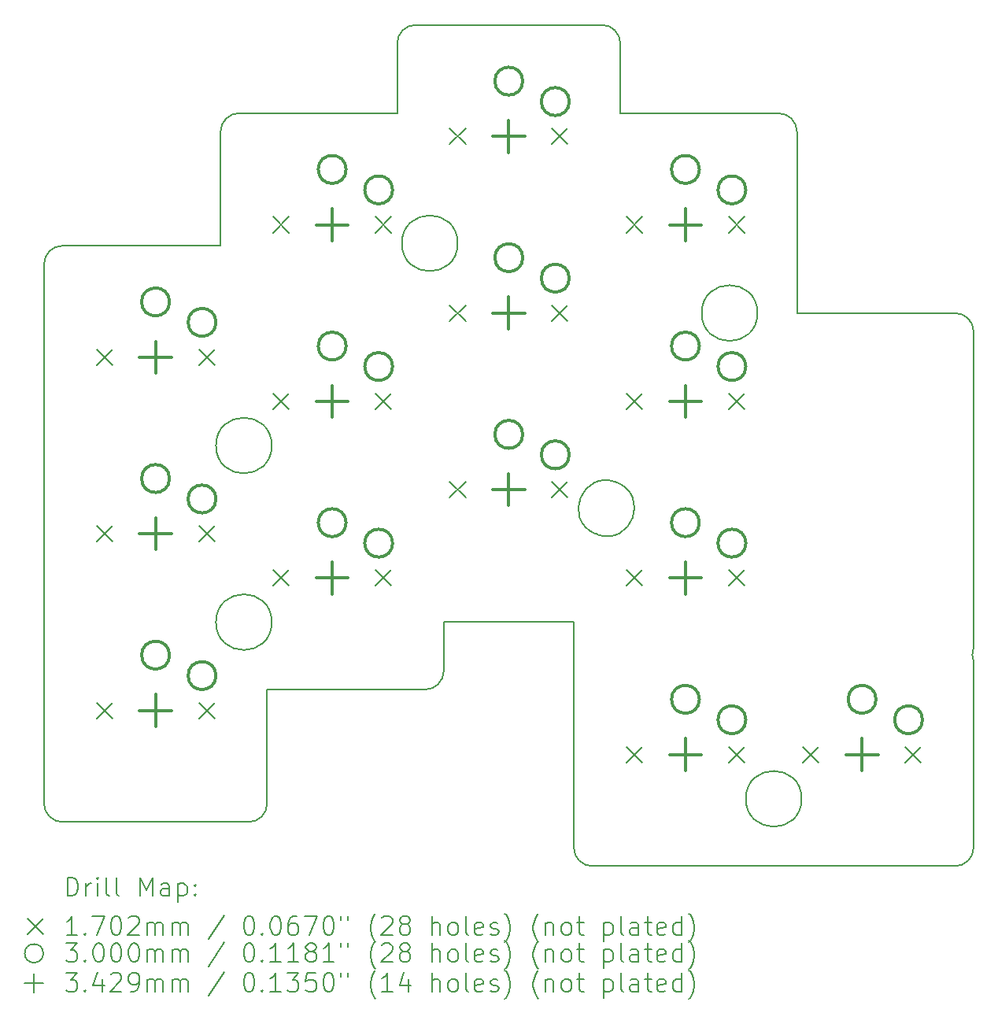
<source format=gbr>
%TF.GenerationSoftware,KiCad,Pcbnew,8.0.1*%
%TF.CreationDate,2024-11-14T23:23:29-08:00*%
%TF.ProjectId,roo_left_auto_routed,726f6f5f-6c65-4667-945f-6175746f5f72,0.1.0*%
%TF.SameCoordinates,Original*%
%TF.FileFunction,Drillmap*%
%TF.FilePolarity,Positive*%
%FSLAX45Y45*%
G04 Gerber Fmt 4.5, Leading zero omitted, Abs format (unit mm)*
G04 Created by KiCad (PCBNEW 8.0.1) date 2024-11-14 23:23:29*
%MOMM*%
%LPD*%
G01*
G04 APERTURE LIST*
%ADD10C,0.150000*%
%ADD11C,0.200000*%
%ADD12C,0.170180*%
%ADD13C,0.300000*%
%ADD14C,0.342900*%
G04 APERTURE END LIST*
D10*
X20808579Y-14983579D02*
X20788683Y-14983579D01*
X19308579Y-11858579D02*
G75*
G02*
X18708579Y-11858579I-300000J0D01*
G01*
X18708579Y-11858579D02*
G75*
G02*
X19308579Y-11858579I300000J0D01*
G01*
X24858579Y-18358579D02*
G75*
G02*
X24658579Y-18558579I-199999J-1D01*
G01*
X21058579Y-10458579D02*
X21058579Y-9708579D01*
X20788683Y-14983578D02*
G75*
G02*
X20808579Y-14991421I119897J274999D01*
G01*
X17308579Y-14033579D02*
G75*
G02*
X16708579Y-14033579I-300000J0D01*
G01*
X16708579Y-14033579D02*
G75*
G02*
X17308579Y-14033579I300000J0D01*
G01*
X23008579Y-17833579D02*
G75*
G02*
X22408579Y-17833579I-300000J0D01*
G01*
X22408579Y-17833579D02*
G75*
G02*
X23008579Y-17833579I300000J0D01*
G01*
X17258579Y-17883579D02*
G75*
G02*
X17058579Y-18083579I-199999J-1D01*
G01*
X15058579Y-18083579D02*
X17058579Y-18083579D01*
X17258579Y-16658579D02*
X18958579Y-16658579D01*
X19158579Y-16458579D02*
X19158579Y-15933579D01*
X18658579Y-10458579D02*
X16958579Y-10458579D01*
X24858579Y-16208579D02*
X24858579Y-12808579D01*
X22758579Y-10458579D02*
G75*
G02*
X22958581Y-10658579I1J-200001D01*
G01*
X16758579Y-10658579D02*
G75*
G02*
X16958579Y-10458579I200001J-1D01*
G01*
X15058579Y-18083579D02*
G75*
G02*
X14858581Y-17883579I1J199999D01*
G01*
X22533579Y-12608579D02*
G75*
G02*
X21933579Y-12608579I-300000J0D01*
G01*
X21933579Y-12608579D02*
G75*
G02*
X22533579Y-12608579I300000J0D01*
G01*
X20558579Y-18358579D02*
X20558579Y-15933579D01*
X17308579Y-15933579D02*
G75*
G02*
X16708579Y-15933579I-300000J0D01*
G01*
X16708579Y-15933579D02*
G75*
G02*
X17308579Y-15933579I300000J0D01*
G01*
X24858579Y-18358579D02*
X24858579Y-16358579D01*
X22958579Y-12608579D02*
X22958579Y-10658579D01*
X24658579Y-12608579D02*
X22958579Y-12608579D01*
X18658579Y-9708579D02*
X18658579Y-10458579D01*
X20758579Y-18558579D02*
G75*
G02*
X20558581Y-18358579I1J199999D01*
G01*
X18658579Y-9708579D02*
G75*
G02*
X18858579Y-9508579I200001J-1D01*
G01*
X19158579Y-16458579D02*
G75*
G02*
X18958579Y-16658579I-199999J-1D01*
G01*
X20858579Y-9508579D02*
G75*
G02*
X21058581Y-9708579I1J-200001D01*
G01*
X16758579Y-10658579D02*
X16758579Y-11883579D01*
X20858579Y-9508579D02*
X18858579Y-9508579D01*
X24658579Y-12608579D02*
G75*
G02*
X24858581Y-12808579I1J-200001D01*
G01*
X19158579Y-15933579D02*
X20558579Y-15933579D01*
X24843983Y-16283579D02*
G75*
G02*
X24858579Y-16358579I-185404J-75001D01*
G01*
X20758579Y-18558579D02*
X24658579Y-18558579D01*
X14858579Y-17883579D02*
X14858579Y-12083579D01*
X24858579Y-16208579D02*
G75*
G02*
X24843984Y-16283579I-199999J-1D01*
G01*
X17258579Y-17883579D02*
X17258579Y-16658579D01*
X14858579Y-12083579D02*
G75*
G02*
X15058579Y-11883579I200001J-1D01*
G01*
X22758579Y-10458579D02*
X21058579Y-10458579D01*
X20808579Y-14991421D02*
X20808579Y-14983579D01*
X16758579Y-11883579D02*
X15058579Y-11883579D01*
D11*
D12*
X15423490Y-12998490D02*
X15593670Y-13168670D01*
X15593670Y-12998490D02*
X15423490Y-13168670D01*
X15423490Y-14898490D02*
X15593670Y-15068670D01*
X15593670Y-14898490D02*
X15423490Y-15068670D01*
X15423490Y-16798490D02*
X15593670Y-16968670D01*
X15593670Y-16798490D02*
X15423490Y-16968670D01*
X16523490Y-12998490D02*
X16693670Y-13168670D01*
X16693670Y-12998490D02*
X16523490Y-13168670D01*
X16523490Y-14898490D02*
X16693670Y-15068670D01*
X16693670Y-14898490D02*
X16523490Y-15068670D01*
X16523490Y-16798490D02*
X16693670Y-16968670D01*
X16693670Y-16798490D02*
X16523490Y-16968670D01*
X17323490Y-11573490D02*
X17493670Y-11743670D01*
X17493670Y-11573490D02*
X17323490Y-11743670D01*
X17323490Y-13473490D02*
X17493670Y-13643670D01*
X17493670Y-13473490D02*
X17323490Y-13643670D01*
X17323490Y-15373490D02*
X17493670Y-15543670D01*
X17493670Y-15373490D02*
X17323490Y-15543670D01*
X18423490Y-11573490D02*
X18593670Y-11743670D01*
X18593670Y-11573490D02*
X18423490Y-11743670D01*
X18423490Y-13473490D02*
X18593670Y-13643670D01*
X18593670Y-13473490D02*
X18423490Y-13643670D01*
X18423490Y-15373490D02*
X18593670Y-15543670D01*
X18593670Y-15373490D02*
X18423490Y-15543670D01*
X19223490Y-10623490D02*
X19393670Y-10793670D01*
X19393670Y-10623490D02*
X19223490Y-10793670D01*
X19223490Y-12523490D02*
X19393670Y-12693670D01*
X19393670Y-12523490D02*
X19223490Y-12693670D01*
X19223490Y-14423490D02*
X19393670Y-14593670D01*
X19393670Y-14423490D02*
X19223490Y-14593670D01*
X20323490Y-10623490D02*
X20493670Y-10793670D01*
X20493670Y-10623490D02*
X20323490Y-10793670D01*
X20323490Y-12523490D02*
X20493670Y-12693670D01*
X20493670Y-12523490D02*
X20323490Y-12693670D01*
X20323490Y-14423490D02*
X20493670Y-14593670D01*
X20493670Y-14423490D02*
X20323490Y-14593670D01*
X21123490Y-11573490D02*
X21293670Y-11743670D01*
X21293670Y-11573490D02*
X21123490Y-11743670D01*
X21123490Y-13473490D02*
X21293670Y-13643670D01*
X21293670Y-13473490D02*
X21123490Y-13643670D01*
X21123490Y-15373490D02*
X21293670Y-15543670D01*
X21293670Y-15373490D02*
X21123490Y-15543670D01*
X21123490Y-17273490D02*
X21293670Y-17443670D01*
X21293670Y-17273490D02*
X21123490Y-17443670D01*
X22223490Y-11573490D02*
X22393670Y-11743670D01*
X22393670Y-11573490D02*
X22223490Y-11743670D01*
X22223490Y-13473490D02*
X22393670Y-13643670D01*
X22393670Y-13473490D02*
X22223490Y-13643670D01*
X22223490Y-15373490D02*
X22393670Y-15543670D01*
X22393670Y-15373490D02*
X22223490Y-15543670D01*
X22223490Y-17273490D02*
X22393670Y-17443670D01*
X22393670Y-17273490D02*
X22223490Y-17443670D01*
X23023490Y-17273490D02*
X23193670Y-17443670D01*
X23193670Y-17273490D02*
X23023490Y-17443670D01*
X24123490Y-17273490D02*
X24293670Y-17443670D01*
X24293670Y-17273490D02*
X24123490Y-17443670D01*
D13*
X16208580Y-12488580D02*
G75*
G02*
X15908580Y-12488580I-150000J0D01*
G01*
X15908580Y-12488580D02*
G75*
G02*
X16208580Y-12488580I150000J0D01*
G01*
X16208580Y-14388580D02*
G75*
G02*
X15908580Y-14388580I-150000J0D01*
G01*
X15908580Y-14388580D02*
G75*
G02*
X16208580Y-14388580I150000J0D01*
G01*
X16208580Y-16288580D02*
G75*
G02*
X15908580Y-16288580I-150000J0D01*
G01*
X15908580Y-16288580D02*
G75*
G02*
X16208580Y-16288580I150000J0D01*
G01*
X16708580Y-12708580D02*
G75*
G02*
X16408580Y-12708580I-150000J0D01*
G01*
X16408580Y-12708580D02*
G75*
G02*
X16708580Y-12708580I150000J0D01*
G01*
X16708580Y-14608580D02*
G75*
G02*
X16408580Y-14608580I-150000J0D01*
G01*
X16408580Y-14608580D02*
G75*
G02*
X16708580Y-14608580I150000J0D01*
G01*
X16708580Y-16508580D02*
G75*
G02*
X16408580Y-16508580I-150000J0D01*
G01*
X16408580Y-16508580D02*
G75*
G02*
X16708580Y-16508580I150000J0D01*
G01*
X18108580Y-11063580D02*
G75*
G02*
X17808580Y-11063580I-150000J0D01*
G01*
X17808580Y-11063580D02*
G75*
G02*
X18108580Y-11063580I150000J0D01*
G01*
X18108580Y-12963580D02*
G75*
G02*
X17808580Y-12963580I-150000J0D01*
G01*
X17808580Y-12963580D02*
G75*
G02*
X18108580Y-12963580I150000J0D01*
G01*
X18108580Y-14863580D02*
G75*
G02*
X17808580Y-14863580I-150000J0D01*
G01*
X17808580Y-14863580D02*
G75*
G02*
X18108580Y-14863580I150000J0D01*
G01*
X18608580Y-11283580D02*
G75*
G02*
X18308580Y-11283580I-150000J0D01*
G01*
X18308580Y-11283580D02*
G75*
G02*
X18608580Y-11283580I150000J0D01*
G01*
X18608580Y-13183580D02*
G75*
G02*
X18308580Y-13183580I-150000J0D01*
G01*
X18308580Y-13183580D02*
G75*
G02*
X18608580Y-13183580I150000J0D01*
G01*
X18608580Y-15083580D02*
G75*
G02*
X18308580Y-15083580I-150000J0D01*
G01*
X18308580Y-15083580D02*
G75*
G02*
X18608580Y-15083580I150000J0D01*
G01*
X20008580Y-10113580D02*
G75*
G02*
X19708580Y-10113580I-150000J0D01*
G01*
X19708580Y-10113580D02*
G75*
G02*
X20008580Y-10113580I150000J0D01*
G01*
X20008580Y-12013580D02*
G75*
G02*
X19708580Y-12013580I-150000J0D01*
G01*
X19708580Y-12013580D02*
G75*
G02*
X20008580Y-12013580I150000J0D01*
G01*
X20008580Y-13913580D02*
G75*
G02*
X19708580Y-13913580I-150000J0D01*
G01*
X19708580Y-13913580D02*
G75*
G02*
X20008580Y-13913580I150000J0D01*
G01*
X20508580Y-10333580D02*
G75*
G02*
X20208580Y-10333580I-150000J0D01*
G01*
X20208580Y-10333580D02*
G75*
G02*
X20508580Y-10333580I150000J0D01*
G01*
X20508580Y-12233580D02*
G75*
G02*
X20208580Y-12233580I-150000J0D01*
G01*
X20208580Y-12233580D02*
G75*
G02*
X20508580Y-12233580I150000J0D01*
G01*
X20508580Y-14133580D02*
G75*
G02*
X20208580Y-14133580I-150000J0D01*
G01*
X20208580Y-14133580D02*
G75*
G02*
X20508580Y-14133580I150000J0D01*
G01*
X21908580Y-11063580D02*
G75*
G02*
X21608580Y-11063580I-150000J0D01*
G01*
X21608580Y-11063580D02*
G75*
G02*
X21908580Y-11063580I150000J0D01*
G01*
X21908580Y-12963580D02*
G75*
G02*
X21608580Y-12963580I-150000J0D01*
G01*
X21608580Y-12963580D02*
G75*
G02*
X21908580Y-12963580I150000J0D01*
G01*
X21908580Y-14863580D02*
G75*
G02*
X21608580Y-14863580I-150000J0D01*
G01*
X21608580Y-14863580D02*
G75*
G02*
X21908580Y-14863580I150000J0D01*
G01*
X21908580Y-16763580D02*
G75*
G02*
X21608580Y-16763580I-150000J0D01*
G01*
X21608580Y-16763580D02*
G75*
G02*
X21908580Y-16763580I150000J0D01*
G01*
X22408580Y-11283580D02*
G75*
G02*
X22108580Y-11283580I-150000J0D01*
G01*
X22108580Y-11283580D02*
G75*
G02*
X22408580Y-11283580I150000J0D01*
G01*
X22408580Y-13183580D02*
G75*
G02*
X22108580Y-13183580I-150000J0D01*
G01*
X22108580Y-13183580D02*
G75*
G02*
X22408580Y-13183580I150000J0D01*
G01*
X22408580Y-15083580D02*
G75*
G02*
X22108580Y-15083580I-150000J0D01*
G01*
X22108580Y-15083580D02*
G75*
G02*
X22408580Y-15083580I150000J0D01*
G01*
X22408580Y-16983580D02*
G75*
G02*
X22108580Y-16983580I-150000J0D01*
G01*
X22108580Y-16983580D02*
G75*
G02*
X22408580Y-16983580I150000J0D01*
G01*
X23808580Y-16763580D02*
G75*
G02*
X23508580Y-16763580I-150000J0D01*
G01*
X23508580Y-16763580D02*
G75*
G02*
X23808580Y-16763580I150000J0D01*
G01*
X24308580Y-16983580D02*
G75*
G02*
X24008580Y-16983580I-150000J0D01*
G01*
X24008580Y-16983580D02*
G75*
G02*
X24308580Y-16983580I150000J0D01*
G01*
D14*
X16058580Y-12912130D02*
X16058580Y-13255030D01*
X15887130Y-13083580D02*
X16230030Y-13083580D01*
X16058580Y-14812130D02*
X16058580Y-15155030D01*
X15887130Y-14983580D02*
X16230030Y-14983580D01*
X16058580Y-16712130D02*
X16058580Y-17055030D01*
X15887130Y-16883580D02*
X16230030Y-16883580D01*
X17958580Y-11487130D02*
X17958580Y-11830030D01*
X17787130Y-11658580D02*
X18130030Y-11658580D01*
X17958580Y-13387130D02*
X17958580Y-13730030D01*
X17787130Y-13558580D02*
X18130030Y-13558580D01*
X17958580Y-15287130D02*
X17958580Y-15630030D01*
X17787130Y-15458580D02*
X18130030Y-15458580D01*
X19858580Y-10537130D02*
X19858580Y-10880030D01*
X19687130Y-10708580D02*
X20030030Y-10708580D01*
X19858580Y-12437130D02*
X19858580Y-12780030D01*
X19687130Y-12608580D02*
X20030030Y-12608580D01*
X19858580Y-14337130D02*
X19858580Y-14680030D01*
X19687130Y-14508580D02*
X20030030Y-14508580D01*
X21758580Y-11487130D02*
X21758580Y-11830030D01*
X21587130Y-11658580D02*
X21930030Y-11658580D01*
X21758580Y-13387130D02*
X21758580Y-13730030D01*
X21587130Y-13558580D02*
X21930030Y-13558580D01*
X21758580Y-15287130D02*
X21758580Y-15630030D01*
X21587130Y-15458580D02*
X21930030Y-15458580D01*
X21758580Y-17187130D02*
X21758580Y-17530030D01*
X21587130Y-17358580D02*
X21930030Y-17358580D01*
X23658580Y-17187130D02*
X23658580Y-17530030D01*
X23487130Y-17358580D02*
X23830030Y-17358580D01*
D11*
X15111855Y-18877562D02*
X15111855Y-18677562D01*
X15111855Y-18677562D02*
X15159474Y-18677562D01*
X15159474Y-18677562D02*
X15188046Y-18687086D01*
X15188046Y-18687086D02*
X15207093Y-18706134D01*
X15207093Y-18706134D02*
X15216617Y-18725181D01*
X15216617Y-18725181D02*
X15226141Y-18763277D01*
X15226141Y-18763277D02*
X15226141Y-18791848D01*
X15226141Y-18791848D02*
X15216617Y-18829943D01*
X15216617Y-18829943D02*
X15207093Y-18848991D01*
X15207093Y-18848991D02*
X15188046Y-18868039D01*
X15188046Y-18868039D02*
X15159474Y-18877562D01*
X15159474Y-18877562D02*
X15111855Y-18877562D01*
X15311855Y-18877562D02*
X15311855Y-18744229D01*
X15311855Y-18782324D02*
X15321379Y-18763277D01*
X15321379Y-18763277D02*
X15330903Y-18753753D01*
X15330903Y-18753753D02*
X15349951Y-18744229D01*
X15349951Y-18744229D02*
X15368998Y-18744229D01*
X15435665Y-18877562D02*
X15435665Y-18744229D01*
X15435665Y-18677562D02*
X15426141Y-18687086D01*
X15426141Y-18687086D02*
X15435665Y-18696610D01*
X15435665Y-18696610D02*
X15445189Y-18687086D01*
X15445189Y-18687086D02*
X15435665Y-18677562D01*
X15435665Y-18677562D02*
X15435665Y-18696610D01*
X15559474Y-18877562D02*
X15540427Y-18868039D01*
X15540427Y-18868039D02*
X15530903Y-18848991D01*
X15530903Y-18848991D02*
X15530903Y-18677562D01*
X15664236Y-18877562D02*
X15645189Y-18868039D01*
X15645189Y-18868039D02*
X15635665Y-18848991D01*
X15635665Y-18848991D02*
X15635665Y-18677562D01*
X15892808Y-18877562D02*
X15892808Y-18677562D01*
X15892808Y-18677562D02*
X15959474Y-18820420D01*
X15959474Y-18820420D02*
X16026141Y-18677562D01*
X16026141Y-18677562D02*
X16026141Y-18877562D01*
X16207093Y-18877562D02*
X16207093Y-18772801D01*
X16207093Y-18772801D02*
X16197570Y-18753753D01*
X16197570Y-18753753D02*
X16178522Y-18744229D01*
X16178522Y-18744229D02*
X16140427Y-18744229D01*
X16140427Y-18744229D02*
X16121379Y-18753753D01*
X16207093Y-18868039D02*
X16188046Y-18877562D01*
X16188046Y-18877562D02*
X16140427Y-18877562D01*
X16140427Y-18877562D02*
X16121379Y-18868039D01*
X16121379Y-18868039D02*
X16111855Y-18848991D01*
X16111855Y-18848991D02*
X16111855Y-18829943D01*
X16111855Y-18829943D02*
X16121379Y-18810896D01*
X16121379Y-18810896D02*
X16140427Y-18801372D01*
X16140427Y-18801372D02*
X16188046Y-18801372D01*
X16188046Y-18801372D02*
X16207093Y-18791848D01*
X16302332Y-18744229D02*
X16302332Y-18944229D01*
X16302332Y-18753753D02*
X16321379Y-18744229D01*
X16321379Y-18744229D02*
X16359474Y-18744229D01*
X16359474Y-18744229D02*
X16378522Y-18753753D01*
X16378522Y-18753753D02*
X16388046Y-18763277D01*
X16388046Y-18763277D02*
X16397570Y-18782324D01*
X16397570Y-18782324D02*
X16397570Y-18839467D01*
X16397570Y-18839467D02*
X16388046Y-18858515D01*
X16388046Y-18858515D02*
X16378522Y-18868039D01*
X16378522Y-18868039D02*
X16359474Y-18877562D01*
X16359474Y-18877562D02*
X16321379Y-18877562D01*
X16321379Y-18877562D02*
X16302332Y-18868039D01*
X16483284Y-18858515D02*
X16492808Y-18868039D01*
X16492808Y-18868039D02*
X16483284Y-18877562D01*
X16483284Y-18877562D02*
X16473760Y-18868039D01*
X16473760Y-18868039D02*
X16483284Y-18858515D01*
X16483284Y-18858515D02*
X16483284Y-18877562D01*
X16483284Y-18753753D02*
X16492808Y-18763277D01*
X16492808Y-18763277D02*
X16483284Y-18772801D01*
X16483284Y-18772801D02*
X16473760Y-18763277D01*
X16473760Y-18763277D02*
X16483284Y-18753753D01*
X16483284Y-18753753D02*
X16483284Y-18772801D01*
D12*
X14680899Y-19120989D02*
X14851079Y-19291169D01*
X14851079Y-19120989D02*
X14680899Y-19291169D01*
D11*
X15216617Y-19297562D02*
X15102332Y-19297562D01*
X15159474Y-19297562D02*
X15159474Y-19097562D01*
X15159474Y-19097562D02*
X15140427Y-19126134D01*
X15140427Y-19126134D02*
X15121379Y-19145181D01*
X15121379Y-19145181D02*
X15102332Y-19154705D01*
X15302332Y-19278515D02*
X15311855Y-19288039D01*
X15311855Y-19288039D02*
X15302332Y-19297562D01*
X15302332Y-19297562D02*
X15292808Y-19288039D01*
X15292808Y-19288039D02*
X15302332Y-19278515D01*
X15302332Y-19278515D02*
X15302332Y-19297562D01*
X15378522Y-19097562D02*
X15511855Y-19097562D01*
X15511855Y-19097562D02*
X15426141Y-19297562D01*
X15626141Y-19097562D02*
X15645189Y-19097562D01*
X15645189Y-19097562D02*
X15664236Y-19107086D01*
X15664236Y-19107086D02*
X15673760Y-19116610D01*
X15673760Y-19116610D02*
X15683284Y-19135658D01*
X15683284Y-19135658D02*
X15692808Y-19173753D01*
X15692808Y-19173753D02*
X15692808Y-19221372D01*
X15692808Y-19221372D02*
X15683284Y-19259467D01*
X15683284Y-19259467D02*
X15673760Y-19278515D01*
X15673760Y-19278515D02*
X15664236Y-19288039D01*
X15664236Y-19288039D02*
X15645189Y-19297562D01*
X15645189Y-19297562D02*
X15626141Y-19297562D01*
X15626141Y-19297562D02*
X15607093Y-19288039D01*
X15607093Y-19288039D02*
X15597570Y-19278515D01*
X15597570Y-19278515D02*
X15588046Y-19259467D01*
X15588046Y-19259467D02*
X15578522Y-19221372D01*
X15578522Y-19221372D02*
X15578522Y-19173753D01*
X15578522Y-19173753D02*
X15588046Y-19135658D01*
X15588046Y-19135658D02*
X15597570Y-19116610D01*
X15597570Y-19116610D02*
X15607093Y-19107086D01*
X15607093Y-19107086D02*
X15626141Y-19097562D01*
X15768998Y-19116610D02*
X15778522Y-19107086D01*
X15778522Y-19107086D02*
X15797570Y-19097562D01*
X15797570Y-19097562D02*
X15845189Y-19097562D01*
X15845189Y-19097562D02*
X15864236Y-19107086D01*
X15864236Y-19107086D02*
X15873760Y-19116610D01*
X15873760Y-19116610D02*
X15883284Y-19135658D01*
X15883284Y-19135658D02*
X15883284Y-19154705D01*
X15883284Y-19154705D02*
X15873760Y-19183277D01*
X15873760Y-19183277D02*
X15759474Y-19297562D01*
X15759474Y-19297562D02*
X15883284Y-19297562D01*
X15968998Y-19297562D02*
X15968998Y-19164229D01*
X15968998Y-19183277D02*
X15978522Y-19173753D01*
X15978522Y-19173753D02*
X15997570Y-19164229D01*
X15997570Y-19164229D02*
X16026141Y-19164229D01*
X16026141Y-19164229D02*
X16045189Y-19173753D01*
X16045189Y-19173753D02*
X16054713Y-19192801D01*
X16054713Y-19192801D02*
X16054713Y-19297562D01*
X16054713Y-19192801D02*
X16064236Y-19173753D01*
X16064236Y-19173753D02*
X16083284Y-19164229D01*
X16083284Y-19164229D02*
X16111855Y-19164229D01*
X16111855Y-19164229D02*
X16130903Y-19173753D01*
X16130903Y-19173753D02*
X16140427Y-19192801D01*
X16140427Y-19192801D02*
X16140427Y-19297562D01*
X16235665Y-19297562D02*
X16235665Y-19164229D01*
X16235665Y-19183277D02*
X16245189Y-19173753D01*
X16245189Y-19173753D02*
X16264236Y-19164229D01*
X16264236Y-19164229D02*
X16292808Y-19164229D01*
X16292808Y-19164229D02*
X16311855Y-19173753D01*
X16311855Y-19173753D02*
X16321379Y-19192801D01*
X16321379Y-19192801D02*
X16321379Y-19297562D01*
X16321379Y-19192801D02*
X16330903Y-19173753D01*
X16330903Y-19173753D02*
X16349951Y-19164229D01*
X16349951Y-19164229D02*
X16378522Y-19164229D01*
X16378522Y-19164229D02*
X16397570Y-19173753D01*
X16397570Y-19173753D02*
X16407094Y-19192801D01*
X16407094Y-19192801D02*
X16407094Y-19297562D01*
X16797570Y-19088039D02*
X16626141Y-19345181D01*
X17054713Y-19097562D02*
X17073760Y-19097562D01*
X17073760Y-19097562D02*
X17092808Y-19107086D01*
X17092808Y-19107086D02*
X17102332Y-19116610D01*
X17102332Y-19116610D02*
X17111856Y-19135658D01*
X17111856Y-19135658D02*
X17121379Y-19173753D01*
X17121379Y-19173753D02*
X17121379Y-19221372D01*
X17121379Y-19221372D02*
X17111856Y-19259467D01*
X17111856Y-19259467D02*
X17102332Y-19278515D01*
X17102332Y-19278515D02*
X17092808Y-19288039D01*
X17092808Y-19288039D02*
X17073760Y-19297562D01*
X17073760Y-19297562D02*
X17054713Y-19297562D01*
X17054713Y-19297562D02*
X17035665Y-19288039D01*
X17035665Y-19288039D02*
X17026141Y-19278515D01*
X17026141Y-19278515D02*
X17016618Y-19259467D01*
X17016618Y-19259467D02*
X17007094Y-19221372D01*
X17007094Y-19221372D02*
X17007094Y-19173753D01*
X17007094Y-19173753D02*
X17016618Y-19135658D01*
X17016618Y-19135658D02*
X17026141Y-19116610D01*
X17026141Y-19116610D02*
X17035665Y-19107086D01*
X17035665Y-19107086D02*
X17054713Y-19097562D01*
X17207094Y-19278515D02*
X17216618Y-19288039D01*
X17216618Y-19288039D02*
X17207094Y-19297562D01*
X17207094Y-19297562D02*
X17197570Y-19288039D01*
X17197570Y-19288039D02*
X17207094Y-19278515D01*
X17207094Y-19278515D02*
X17207094Y-19297562D01*
X17340427Y-19097562D02*
X17359475Y-19097562D01*
X17359475Y-19097562D02*
X17378522Y-19107086D01*
X17378522Y-19107086D02*
X17388046Y-19116610D01*
X17388046Y-19116610D02*
X17397570Y-19135658D01*
X17397570Y-19135658D02*
X17407094Y-19173753D01*
X17407094Y-19173753D02*
X17407094Y-19221372D01*
X17407094Y-19221372D02*
X17397570Y-19259467D01*
X17397570Y-19259467D02*
X17388046Y-19278515D01*
X17388046Y-19278515D02*
X17378522Y-19288039D01*
X17378522Y-19288039D02*
X17359475Y-19297562D01*
X17359475Y-19297562D02*
X17340427Y-19297562D01*
X17340427Y-19297562D02*
X17321379Y-19288039D01*
X17321379Y-19288039D02*
X17311856Y-19278515D01*
X17311856Y-19278515D02*
X17302332Y-19259467D01*
X17302332Y-19259467D02*
X17292808Y-19221372D01*
X17292808Y-19221372D02*
X17292808Y-19173753D01*
X17292808Y-19173753D02*
X17302332Y-19135658D01*
X17302332Y-19135658D02*
X17311856Y-19116610D01*
X17311856Y-19116610D02*
X17321379Y-19107086D01*
X17321379Y-19107086D02*
X17340427Y-19097562D01*
X17578522Y-19097562D02*
X17540427Y-19097562D01*
X17540427Y-19097562D02*
X17521379Y-19107086D01*
X17521379Y-19107086D02*
X17511856Y-19116610D01*
X17511856Y-19116610D02*
X17492808Y-19145181D01*
X17492808Y-19145181D02*
X17483284Y-19183277D01*
X17483284Y-19183277D02*
X17483284Y-19259467D01*
X17483284Y-19259467D02*
X17492808Y-19278515D01*
X17492808Y-19278515D02*
X17502332Y-19288039D01*
X17502332Y-19288039D02*
X17521379Y-19297562D01*
X17521379Y-19297562D02*
X17559475Y-19297562D01*
X17559475Y-19297562D02*
X17578522Y-19288039D01*
X17578522Y-19288039D02*
X17588046Y-19278515D01*
X17588046Y-19278515D02*
X17597570Y-19259467D01*
X17597570Y-19259467D02*
X17597570Y-19211848D01*
X17597570Y-19211848D02*
X17588046Y-19192801D01*
X17588046Y-19192801D02*
X17578522Y-19183277D01*
X17578522Y-19183277D02*
X17559475Y-19173753D01*
X17559475Y-19173753D02*
X17521379Y-19173753D01*
X17521379Y-19173753D02*
X17502332Y-19183277D01*
X17502332Y-19183277D02*
X17492808Y-19192801D01*
X17492808Y-19192801D02*
X17483284Y-19211848D01*
X17664237Y-19097562D02*
X17797570Y-19097562D01*
X17797570Y-19097562D02*
X17711856Y-19297562D01*
X17911856Y-19097562D02*
X17930903Y-19097562D01*
X17930903Y-19097562D02*
X17949951Y-19107086D01*
X17949951Y-19107086D02*
X17959475Y-19116610D01*
X17959475Y-19116610D02*
X17968999Y-19135658D01*
X17968999Y-19135658D02*
X17978522Y-19173753D01*
X17978522Y-19173753D02*
X17978522Y-19221372D01*
X17978522Y-19221372D02*
X17968999Y-19259467D01*
X17968999Y-19259467D02*
X17959475Y-19278515D01*
X17959475Y-19278515D02*
X17949951Y-19288039D01*
X17949951Y-19288039D02*
X17930903Y-19297562D01*
X17930903Y-19297562D02*
X17911856Y-19297562D01*
X17911856Y-19297562D02*
X17892808Y-19288039D01*
X17892808Y-19288039D02*
X17883284Y-19278515D01*
X17883284Y-19278515D02*
X17873760Y-19259467D01*
X17873760Y-19259467D02*
X17864237Y-19221372D01*
X17864237Y-19221372D02*
X17864237Y-19173753D01*
X17864237Y-19173753D02*
X17873760Y-19135658D01*
X17873760Y-19135658D02*
X17883284Y-19116610D01*
X17883284Y-19116610D02*
X17892808Y-19107086D01*
X17892808Y-19107086D02*
X17911856Y-19097562D01*
X18054713Y-19097562D02*
X18054713Y-19135658D01*
X18130903Y-19097562D02*
X18130903Y-19135658D01*
X18426142Y-19373753D02*
X18416618Y-19364229D01*
X18416618Y-19364229D02*
X18397570Y-19335658D01*
X18397570Y-19335658D02*
X18388046Y-19316610D01*
X18388046Y-19316610D02*
X18378522Y-19288039D01*
X18378522Y-19288039D02*
X18368999Y-19240420D01*
X18368999Y-19240420D02*
X18368999Y-19202324D01*
X18368999Y-19202324D02*
X18378522Y-19154705D01*
X18378522Y-19154705D02*
X18388046Y-19126134D01*
X18388046Y-19126134D02*
X18397570Y-19107086D01*
X18397570Y-19107086D02*
X18416618Y-19078515D01*
X18416618Y-19078515D02*
X18426142Y-19068991D01*
X18492808Y-19116610D02*
X18502332Y-19107086D01*
X18502332Y-19107086D02*
X18521380Y-19097562D01*
X18521380Y-19097562D02*
X18568999Y-19097562D01*
X18568999Y-19097562D02*
X18588046Y-19107086D01*
X18588046Y-19107086D02*
X18597570Y-19116610D01*
X18597570Y-19116610D02*
X18607094Y-19135658D01*
X18607094Y-19135658D02*
X18607094Y-19154705D01*
X18607094Y-19154705D02*
X18597570Y-19183277D01*
X18597570Y-19183277D02*
X18483284Y-19297562D01*
X18483284Y-19297562D02*
X18607094Y-19297562D01*
X18721380Y-19183277D02*
X18702332Y-19173753D01*
X18702332Y-19173753D02*
X18692808Y-19164229D01*
X18692808Y-19164229D02*
X18683284Y-19145181D01*
X18683284Y-19145181D02*
X18683284Y-19135658D01*
X18683284Y-19135658D02*
X18692808Y-19116610D01*
X18692808Y-19116610D02*
X18702332Y-19107086D01*
X18702332Y-19107086D02*
X18721380Y-19097562D01*
X18721380Y-19097562D02*
X18759475Y-19097562D01*
X18759475Y-19097562D02*
X18778522Y-19107086D01*
X18778522Y-19107086D02*
X18788046Y-19116610D01*
X18788046Y-19116610D02*
X18797570Y-19135658D01*
X18797570Y-19135658D02*
X18797570Y-19145181D01*
X18797570Y-19145181D02*
X18788046Y-19164229D01*
X18788046Y-19164229D02*
X18778522Y-19173753D01*
X18778522Y-19173753D02*
X18759475Y-19183277D01*
X18759475Y-19183277D02*
X18721380Y-19183277D01*
X18721380Y-19183277D02*
X18702332Y-19192801D01*
X18702332Y-19192801D02*
X18692808Y-19202324D01*
X18692808Y-19202324D02*
X18683284Y-19221372D01*
X18683284Y-19221372D02*
X18683284Y-19259467D01*
X18683284Y-19259467D02*
X18692808Y-19278515D01*
X18692808Y-19278515D02*
X18702332Y-19288039D01*
X18702332Y-19288039D02*
X18721380Y-19297562D01*
X18721380Y-19297562D02*
X18759475Y-19297562D01*
X18759475Y-19297562D02*
X18778522Y-19288039D01*
X18778522Y-19288039D02*
X18788046Y-19278515D01*
X18788046Y-19278515D02*
X18797570Y-19259467D01*
X18797570Y-19259467D02*
X18797570Y-19221372D01*
X18797570Y-19221372D02*
X18788046Y-19202324D01*
X18788046Y-19202324D02*
X18778522Y-19192801D01*
X18778522Y-19192801D02*
X18759475Y-19183277D01*
X19035665Y-19297562D02*
X19035665Y-19097562D01*
X19121380Y-19297562D02*
X19121380Y-19192801D01*
X19121380Y-19192801D02*
X19111856Y-19173753D01*
X19111856Y-19173753D02*
X19092808Y-19164229D01*
X19092808Y-19164229D02*
X19064237Y-19164229D01*
X19064237Y-19164229D02*
X19045189Y-19173753D01*
X19045189Y-19173753D02*
X19035665Y-19183277D01*
X19245189Y-19297562D02*
X19226142Y-19288039D01*
X19226142Y-19288039D02*
X19216618Y-19278515D01*
X19216618Y-19278515D02*
X19207094Y-19259467D01*
X19207094Y-19259467D02*
X19207094Y-19202324D01*
X19207094Y-19202324D02*
X19216618Y-19183277D01*
X19216618Y-19183277D02*
X19226142Y-19173753D01*
X19226142Y-19173753D02*
X19245189Y-19164229D01*
X19245189Y-19164229D02*
X19273761Y-19164229D01*
X19273761Y-19164229D02*
X19292808Y-19173753D01*
X19292808Y-19173753D02*
X19302332Y-19183277D01*
X19302332Y-19183277D02*
X19311856Y-19202324D01*
X19311856Y-19202324D02*
X19311856Y-19259467D01*
X19311856Y-19259467D02*
X19302332Y-19278515D01*
X19302332Y-19278515D02*
X19292808Y-19288039D01*
X19292808Y-19288039D02*
X19273761Y-19297562D01*
X19273761Y-19297562D02*
X19245189Y-19297562D01*
X19426142Y-19297562D02*
X19407094Y-19288039D01*
X19407094Y-19288039D02*
X19397570Y-19268991D01*
X19397570Y-19268991D02*
X19397570Y-19097562D01*
X19578523Y-19288039D02*
X19559475Y-19297562D01*
X19559475Y-19297562D02*
X19521380Y-19297562D01*
X19521380Y-19297562D02*
X19502332Y-19288039D01*
X19502332Y-19288039D02*
X19492808Y-19268991D01*
X19492808Y-19268991D02*
X19492808Y-19192801D01*
X19492808Y-19192801D02*
X19502332Y-19173753D01*
X19502332Y-19173753D02*
X19521380Y-19164229D01*
X19521380Y-19164229D02*
X19559475Y-19164229D01*
X19559475Y-19164229D02*
X19578523Y-19173753D01*
X19578523Y-19173753D02*
X19588046Y-19192801D01*
X19588046Y-19192801D02*
X19588046Y-19211848D01*
X19588046Y-19211848D02*
X19492808Y-19230896D01*
X19664237Y-19288039D02*
X19683284Y-19297562D01*
X19683284Y-19297562D02*
X19721380Y-19297562D01*
X19721380Y-19297562D02*
X19740427Y-19288039D01*
X19740427Y-19288039D02*
X19749951Y-19268991D01*
X19749951Y-19268991D02*
X19749951Y-19259467D01*
X19749951Y-19259467D02*
X19740427Y-19240420D01*
X19740427Y-19240420D02*
X19721380Y-19230896D01*
X19721380Y-19230896D02*
X19692808Y-19230896D01*
X19692808Y-19230896D02*
X19673761Y-19221372D01*
X19673761Y-19221372D02*
X19664237Y-19202324D01*
X19664237Y-19202324D02*
X19664237Y-19192801D01*
X19664237Y-19192801D02*
X19673761Y-19173753D01*
X19673761Y-19173753D02*
X19692808Y-19164229D01*
X19692808Y-19164229D02*
X19721380Y-19164229D01*
X19721380Y-19164229D02*
X19740427Y-19173753D01*
X19816618Y-19373753D02*
X19826142Y-19364229D01*
X19826142Y-19364229D02*
X19845189Y-19335658D01*
X19845189Y-19335658D02*
X19854713Y-19316610D01*
X19854713Y-19316610D02*
X19864237Y-19288039D01*
X19864237Y-19288039D02*
X19873761Y-19240420D01*
X19873761Y-19240420D02*
X19873761Y-19202324D01*
X19873761Y-19202324D02*
X19864237Y-19154705D01*
X19864237Y-19154705D02*
X19854713Y-19126134D01*
X19854713Y-19126134D02*
X19845189Y-19107086D01*
X19845189Y-19107086D02*
X19826142Y-19078515D01*
X19826142Y-19078515D02*
X19816618Y-19068991D01*
X20178523Y-19373753D02*
X20168999Y-19364229D01*
X20168999Y-19364229D02*
X20149951Y-19335658D01*
X20149951Y-19335658D02*
X20140427Y-19316610D01*
X20140427Y-19316610D02*
X20130904Y-19288039D01*
X20130904Y-19288039D02*
X20121380Y-19240420D01*
X20121380Y-19240420D02*
X20121380Y-19202324D01*
X20121380Y-19202324D02*
X20130904Y-19154705D01*
X20130904Y-19154705D02*
X20140427Y-19126134D01*
X20140427Y-19126134D02*
X20149951Y-19107086D01*
X20149951Y-19107086D02*
X20168999Y-19078515D01*
X20168999Y-19078515D02*
X20178523Y-19068991D01*
X20254713Y-19164229D02*
X20254713Y-19297562D01*
X20254713Y-19183277D02*
X20264237Y-19173753D01*
X20264237Y-19173753D02*
X20283284Y-19164229D01*
X20283284Y-19164229D02*
X20311856Y-19164229D01*
X20311856Y-19164229D02*
X20330904Y-19173753D01*
X20330904Y-19173753D02*
X20340427Y-19192801D01*
X20340427Y-19192801D02*
X20340427Y-19297562D01*
X20464237Y-19297562D02*
X20445189Y-19288039D01*
X20445189Y-19288039D02*
X20435665Y-19278515D01*
X20435665Y-19278515D02*
X20426142Y-19259467D01*
X20426142Y-19259467D02*
X20426142Y-19202324D01*
X20426142Y-19202324D02*
X20435665Y-19183277D01*
X20435665Y-19183277D02*
X20445189Y-19173753D01*
X20445189Y-19173753D02*
X20464237Y-19164229D01*
X20464237Y-19164229D02*
X20492808Y-19164229D01*
X20492808Y-19164229D02*
X20511856Y-19173753D01*
X20511856Y-19173753D02*
X20521380Y-19183277D01*
X20521380Y-19183277D02*
X20530904Y-19202324D01*
X20530904Y-19202324D02*
X20530904Y-19259467D01*
X20530904Y-19259467D02*
X20521380Y-19278515D01*
X20521380Y-19278515D02*
X20511856Y-19288039D01*
X20511856Y-19288039D02*
X20492808Y-19297562D01*
X20492808Y-19297562D02*
X20464237Y-19297562D01*
X20588046Y-19164229D02*
X20664237Y-19164229D01*
X20616618Y-19097562D02*
X20616618Y-19268991D01*
X20616618Y-19268991D02*
X20626142Y-19288039D01*
X20626142Y-19288039D02*
X20645189Y-19297562D01*
X20645189Y-19297562D02*
X20664237Y-19297562D01*
X20883285Y-19164229D02*
X20883285Y-19364229D01*
X20883285Y-19173753D02*
X20902332Y-19164229D01*
X20902332Y-19164229D02*
X20940427Y-19164229D01*
X20940427Y-19164229D02*
X20959475Y-19173753D01*
X20959475Y-19173753D02*
X20968999Y-19183277D01*
X20968999Y-19183277D02*
X20978523Y-19202324D01*
X20978523Y-19202324D02*
X20978523Y-19259467D01*
X20978523Y-19259467D02*
X20968999Y-19278515D01*
X20968999Y-19278515D02*
X20959475Y-19288039D01*
X20959475Y-19288039D02*
X20940427Y-19297562D01*
X20940427Y-19297562D02*
X20902332Y-19297562D01*
X20902332Y-19297562D02*
X20883285Y-19288039D01*
X21092808Y-19297562D02*
X21073761Y-19288039D01*
X21073761Y-19288039D02*
X21064237Y-19268991D01*
X21064237Y-19268991D02*
X21064237Y-19097562D01*
X21254713Y-19297562D02*
X21254713Y-19192801D01*
X21254713Y-19192801D02*
X21245189Y-19173753D01*
X21245189Y-19173753D02*
X21226142Y-19164229D01*
X21226142Y-19164229D02*
X21188046Y-19164229D01*
X21188046Y-19164229D02*
X21168999Y-19173753D01*
X21254713Y-19288039D02*
X21235666Y-19297562D01*
X21235666Y-19297562D02*
X21188046Y-19297562D01*
X21188046Y-19297562D02*
X21168999Y-19288039D01*
X21168999Y-19288039D02*
X21159475Y-19268991D01*
X21159475Y-19268991D02*
X21159475Y-19249943D01*
X21159475Y-19249943D02*
X21168999Y-19230896D01*
X21168999Y-19230896D02*
X21188046Y-19221372D01*
X21188046Y-19221372D02*
X21235666Y-19221372D01*
X21235666Y-19221372D02*
X21254713Y-19211848D01*
X21321380Y-19164229D02*
X21397570Y-19164229D01*
X21349951Y-19097562D02*
X21349951Y-19268991D01*
X21349951Y-19268991D02*
X21359475Y-19288039D01*
X21359475Y-19288039D02*
X21378523Y-19297562D01*
X21378523Y-19297562D02*
X21397570Y-19297562D01*
X21540427Y-19288039D02*
X21521380Y-19297562D01*
X21521380Y-19297562D02*
X21483285Y-19297562D01*
X21483285Y-19297562D02*
X21464237Y-19288039D01*
X21464237Y-19288039D02*
X21454713Y-19268991D01*
X21454713Y-19268991D02*
X21454713Y-19192801D01*
X21454713Y-19192801D02*
X21464237Y-19173753D01*
X21464237Y-19173753D02*
X21483285Y-19164229D01*
X21483285Y-19164229D02*
X21521380Y-19164229D01*
X21521380Y-19164229D02*
X21540427Y-19173753D01*
X21540427Y-19173753D02*
X21549951Y-19192801D01*
X21549951Y-19192801D02*
X21549951Y-19211848D01*
X21549951Y-19211848D02*
X21454713Y-19230896D01*
X21721380Y-19297562D02*
X21721380Y-19097562D01*
X21721380Y-19288039D02*
X21702332Y-19297562D01*
X21702332Y-19297562D02*
X21664237Y-19297562D01*
X21664237Y-19297562D02*
X21645189Y-19288039D01*
X21645189Y-19288039D02*
X21635666Y-19278515D01*
X21635666Y-19278515D02*
X21626142Y-19259467D01*
X21626142Y-19259467D02*
X21626142Y-19202324D01*
X21626142Y-19202324D02*
X21635666Y-19183277D01*
X21635666Y-19183277D02*
X21645189Y-19173753D01*
X21645189Y-19173753D02*
X21664237Y-19164229D01*
X21664237Y-19164229D02*
X21702332Y-19164229D01*
X21702332Y-19164229D02*
X21721380Y-19173753D01*
X21797570Y-19373753D02*
X21807094Y-19364229D01*
X21807094Y-19364229D02*
X21826142Y-19335658D01*
X21826142Y-19335658D02*
X21835666Y-19316610D01*
X21835666Y-19316610D02*
X21845189Y-19288039D01*
X21845189Y-19288039D02*
X21854713Y-19240420D01*
X21854713Y-19240420D02*
X21854713Y-19202324D01*
X21854713Y-19202324D02*
X21845189Y-19154705D01*
X21845189Y-19154705D02*
X21835666Y-19126134D01*
X21835666Y-19126134D02*
X21826142Y-19107086D01*
X21826142Y-19107086D02*
X21807094Y-19078515D01*
X21807094Y-19078515D02*
X21797570Y-19068991D01*
X14851079Y-19496259D02*
G75*
G02*
X14651079Y-19496259I-100000J0D01*
G01*
X14651079Y-19496259D02*
G75*
G02*
X14851079Y-19496259I100000J0D01*
G01*
X15092808Y-19387742D02*
X15216617Y-19387742D01*
X15216617Y-19387742D02*
X15149951Y-19463933D01*
X15149951Y-19463933D02*
X15178522Y-19463933D01*
X15178522Y-19463933D02*
X15197570Y-19473457D01*
X15197570Y-19473457D02*
X15207093Y-19482981D01*
X15207093Y-19482981D02*
X15216617Y-19502028D01*
X15216617Y-19502028D02*
X15216617Y-19549647D01*
X15216617Y-19549647D02*
X15207093Y-19568695D01*
X15207093Y-19568695D02*
X15197570Y-19578219D01*
X15197570Y-19578219D02*
X15178522Y-19587742D01*
X15178522Y-19587742D02*
X15121379Y-19587742D01*
X15121379Y-19587742D02*
X15102332Y-19578219D01*
X15102332Y-19578219D02*
X15092808Y-19568695D01*
X15302332Y-19568695D02*
X15311855Y-19578219D01*
X15311855Y-19578219D02*
X15302332Y-19587742D01*
X15302332Y-19587742D02*
X15292808Y-19578219D01*
X15292808Y-19578219D02*
X15302332Y-19568695D01*
X15302332Y-19568695D02*
X15302332Y-19587742D01*
X15435665Y-19387742D02*
X15454713Y-19387742D01*
X15454713Y-19387742D02*
X15473760Y-19397266D01*
X15473760Y-19397266D02*
X15483284Y-19406790D01*
X15483284Y-19406790D02*
X15492808Y-19425838D01*
X15492808Y-19425838D02*
X15502332Y-19463933D01*
X15502332Y-19463933D02*
X15502332Y-19511552D01*
X15502332Y-19511552D02*
X15492808Y-19549647D01*
X15492808Y-19549647D02*
X15483284Y-19568695D01*
X15483284Y-19568695D02*
X15473760Y-19578219D01*
X15473760Y-19578219D02*
X15454713Y-19587742D01*
X15454713Y-19587742D02*
X15435665Y-19587742D01*
X15435665Y-19587742D02*
X15416617Y-19578219D01*
X15416617Y-19578219D02*
X15407093Y-19568695D01*
X15407093Y-19568695D02*
X15397570Y-19549647D01*
X15397570Y-19549647D02*
X15388046Y-19511552D01*
X15388046Y-19511552D02*
X15388046Y-19463933D01*
X15388046Y-19463933D02*
X15397570Y-19425838D01*
X15397570Y-19425838D02*
X15407093Y-19406790D01*
X15407093Y-19406790D02*
X15416617Y-19397266D01*
X15416617Y-19397266D02*
X15435665Y-19387742D01*
X15626141Y-19387742D02*
X15645189Y-19387742D01*
X15645189Y-19387742D02*
X15664236Y-19397266D01*
X15664236Y-19397266D02*
X15673760Y-19406790D01*
X15673760Y-19406790D02*
X15683284Y-19425838D01*
X15683284Y-19425838D02*
X15692808Y-19463933D01*
X15692808Y-19463933D02*
X15692808Y-19511552D01*
X15692808Y-19511552D02*
X15683284Y-19549647D01*
X15683284Y-19549647D02*
X15673760Y-19568695D01*
X15673760Y-19568695D02*
X15664236Y-19578219D01*
X15664236Y-19578219D02*
X15645189Y-19587742D01*
X15645189Y-19587742D02*
X15626141Y-19587742D01*
X15626141Y-19587742D02*
X15607093Y-19578219D01*
X15607093Y-19578219D02*
X15597570Y-19568695D01*
X15597570Y-19568695D02*
X15588046Y-19549647D01*
X15588046Y-19549647D02*
X15578522Y-19511552D01*
X15578522Y-19511552D02*
X15578522Y-19463933D01*
X15578522Y-19463933D02*
X15588046Y-19425838D01*
X15588046Y-19425838D02*
X15597570Y-19406790D01*
X15597570Y-19406790D02*
X15607093Y-19397266D01*
X15607093Y-19397266D02*
X15626141Y-19387742D01*
X15816617Y-19387742D02*
X15835665Y-19387742D01*
X15835665Y-19387742D02*
X15854713Y-19397266D01*
X15854713Y-19397266D02*
X15864236Y-19406790D01*
X15864236Y-19406790D02*
X15873760Y-19425838D01*
X15873760Y-19425838D02*
X15883284Y-19463933D01*
X15883284Y-19463933D02*
X15883284Y-19511552D01*
X15883284Y-19511552D02*
X15873760Y-19549647D01*
X15873760Y-19549647D02*
X15864236Y-19568695D01*
X15864236Y-19568695D02*
X15854713Y-19578219D01*
X15854713Y-19578219D02*
X15835665Y-19587742D01*
X15835665Y-19587742D02*
X15816617Y-19587742D01*
X15816617Y-19587742D02*
X15797570Y-19578219D01*
X15797570Y-19578219D02*
X15788046Y-19568695D01*
X15788046Y-19568695D02*
X15778522Y-19549647D01*
X15778522Y-19549647D02*
X15768998Y-19511552D01*
X15768998Y-19511552D02*
X15768998Y-19463933D01*
X15768998Y-19463933D02*
X15778522Y-19425838D01*
X15778522Y-19425838D02*
X15788046Y-19406790D01*
X15788046Y-19406790D02*
X15797570Y-19397266D01*
X15797570Y-19397266D02*
X15816617Y-19387742D01*
X15968998Y-19587742D02*
X15968998Y-19454409D01*
X15968998Y-19473457D02*
X15978522Y-19463933D01*
X15978522Y-19463933D02*
X15997570Y-19454409D01*
X15997570Y-19454409D02*
X16026141Y-19454409D01*
X16026141Y-19454409D02*
X16045189Y-19463933D01*
X16045189Y-19463933D02*
X16054713Y-19482981D01*
X16054713Y-19482981D02*
X16054713Y-19587742D01*
X16054713Y-19482981D02*
X16064236Y-19463933D01*
X16064236Y-19463933D02*
X16083284Y-19454409D01*
X16083284Y-19454409D02*
X16111855Y-19454409D01*
X16111855Y-19454409D02*
X16130903Y-19463933D01*
X16130903Y-19463933D02*
X16140427Y-19482981D01*
X16140427Y-19482981D02*
X16140427Y-19587742D01*
X16235665Y-19587742D02*
X16235665Y-19454409D01*
X16235665Y-19473457D02*
X16245189Y-19463933D01*
X16245189Y-19463933D02*
X16264236Y-19454409D01*
X16264236Y-19454409D02*
X16292808Y-19454409D01*
X16292808Y-19454409D02*
X16311855Y-19463933D01*
X16311855Y-19463933D02*
X16321379Y-19482981D01*
X16321379Y-19482981D02*
X16321379Y-19587742D01*
X16321379Y-19482981D02*
X16330903Y-19463933D01*
X16330903Y-19463933D02*
X16349951Y-19454409D01*
X16349951Y-19454409D02*
X16378522Y-19454409D01*
X16378522Y-19454409D02*
X16397570Y-19463933D01*
X16397570Y-19463933D02*
X16407094Y-19482981D01*
X16407094Y-19482981D02*
X16407094Y-19587742D01*
X16797570Y-19378219D02*
X16626141Y-19635361D01*
X17054713Y-19387742D02*
X17073760Y-19387742D01*
X17073760Y-19387742D02*
X17092808Y-19397266D01*
X17092808Y-19397266D02*
X17102332Y-19406790D01*
X17102332Y-19406790D02*
X17111856Y-19425838D01*
X17111856Y-19425838D02*
X17121379Y-19463933D01*
X17121379Y-19463933D02*
X17121379Y-19511552D01*
X17121379Y-19511552D02*
X17111856Y-19549647D01*
X17111856Y-19549647D02*
X17102332Y-19568695D01*
X17102332Y-19568695D02*
X17092808Y-19578219D01*
X17092808Y-19578219D02*
X17073760Y-19587742D01*
X17073760Y-19587742D02*
X17054713Y-19587742D01*
X17054713Y-19587742D02*
X17035665Y-19578219D01*
X17035665Y-19578219D02*
X17026141Y-19568695D01*
X17026141Y-19568695D02*
X17016618Y-19549647D01*
X17016618Y-19549647D02*
X17007094Y-19511552D01*
X17007094Y-19511552D02*
X17007094Y-19463933D01*
X17007094Y-19463933D02*
X17016618Y-19425838D01*
X17016618Y-19425838D02*
X17026141Y-19406790D01*
X17026141Y-19406790D02*
X17035665Y-19397266D01*
X17035665Y-19397266D02*
X17054713Y-19387742D01*
X17207094Y-19568695D02*
X17216618Y-19578219D01*
X17216618Y-19578219D02*
X17207094Y-19587742D01*
X17207094Y-19587742D02*
X17197570Y-19578219D01*
X17197570Y-19578219D02*
X17207094Y-19568695D01*
X17207094Y-19568695D02*
X17207094Y-19587742D01*
X17407094Y-19587742D02*
X17292808Y-19587742D01*
X17349951Y-19587742D02*
X17349951Y-19387742D01*
X17349951Y-19387742D02*
X17330903Y-19416314D01*
X17330903Y-19416314D02*
X17311856Y-19435361D01*
X17311856Y-19435361D02*
X17292808Y-19444885D01*
X17597570Y-19587742D02*
X17483284Y-19587742D01*
X17540427Y-19587742D02*
X17540427Y-19387742D01*
X17540427Y-19387742D02*
X17521379Y-19416314D01*
X17521379Y-19416314D02*
X17502332Y-19435361D01*
X17502332Y-19435361D02*
X17483284Y-19444885D01*
X17711856Y-19473457D02*
X17692808Y-19463933D01*
X17692808Y-19463933D02*
X17683284Y-19454409D01*
X17683284Y-19454409D02*
X17673760Y-19435361D01*
X17673760Y-19435361D02*
X17673760Y-19425838D01*
X17673760Y-19425838D02*
X17683284Y-19406790D01*
X17683284Y-19406790D02*
X17692808Y-19397266D01*
X17692808Y-19397266D02*
X17711856Y-19387742D01*
X17711856Y-19387742D02*
X17749951Y-19387742D01*
X17749951Y-19387742D02*
X17768999Y-19397266D01*
X17768999Y-19397266D02*
X17778522Y-19406790D01*
X17778522Y-19406790D02*
X17788046Y-19425838D01*
X17788046Y-19425838D02*
X17788046Y-19435361D01*
X17788046Y-19435361D02*
X17778522Y-19454409D01*
X17778522Y-19454409D02*
X17768999Y-19463933D01*
X17768999Y-19463933D02*
X17749951Y-19473457D01*
X17749951Y-19473457D02*
X17711856Y-19473457D01*
X17711856Y-19473457D02*
X17692808Y-19482981D01*
X17692808Y-19482981D02*
X17683284Y-19492504D01*
X17683284Y-19492504D02*
X17673760Y-19511552D01*
X17673760Y-19511552D02*
X17673760Y-19549647D01*
X17673760Y-19549647D02*
X17683284Y-19568695D01*
X17683284Y-19568695D02*
X17692808Y-19578219D01*
X17692808Y-19578219D02*
X17711856Y-19587742D01*
X17711856Y-19587742D02*
X17749951Y-19587742D01*
X17749951Y-19587742D02*
X17768999Y-19578219D01*
X17768999Y-19578219D02*
X17778522Y-19568695D01*
X17778522Y-19568695D02*
X17788046Y-19549647D01*
X17788046Y-19549647D02*
X17788046Y-19511552D01*
X17788046Y-19511552D02*
X17778522Y-19492504D01*
X17778522Y-19492504D02*
X17768999Y-19482981D01*
X17768999Y-19482981D02*
X17749951Y-19473457D01*
X17978522Y-19587742D02*
X17864237Y-19587742D01*
X17921379Y-19587742D02*
X17921379Y-19387742D01*
X17921379Y-19387742D02*
X17902332Y-19416314D01*
X17902332Y-19416314D02*
X17883284Y-19435361D01*
X17883284Y-19435361D02*
X17864237Y-19444885D01*
X18054713Y-19387742D02*
X18054713Y-19425838D01*
X18130903Y-19387742D02*
X18130903Y-19425838D01*
X18426142Y-19663933D02*
X18416618Y-19654409D01*
X18416618Y-19654409D02*
X18397570Y-19625838D01*
X18397570Y-19625838D02*
X18388046Y-19606790D01*
X18388046Y-19606790D02*
X18378522Y-19578219D01*
X18378522Y-19578219D02*
X18368999Y-19530600D01*
X18368999Y-19530600D02*
X18368999Y-19492504D01*
X18368999Y-19492504D02*
X18378522Y-19444885D01*
X18378522Y-19444885D02*
X18388046Y-19416314D01*
X18388046Y-19416314D02*
X18397570Y-19397266D01*
X18397570Y-19397266D02*
X18416618Y-19368695D01*
X18416618Y-19368695D02*
X18426142Y-19359171D01*
X18492808Y-19406790D02*
X18502332Y-19397266D01*
X18502332Y-19397266D02*
X18521380Y-19387742D01*
X18521380Y-19387742D02*
X18568999Y-19387742D01*
X18568999Y-19387742D02*
X18588046Y-19397266D01*
X18588046Y-19397266D02*
X18597570Y-19406790D01*
X18597570Y-19406790D02*
X18607094Y-19425838D01*
X18607094Y-19425838D02*
X18607094Y-19444885D01*
X18607094Y-19444885D02*
X18597570Y-19473457D01*
X18597570Y-19473457D02*
X18483284Y-19587742D01*
X18483284Y-19587742D02*
X18607094Y-19587742D01*
X18721380Y-19473457D02*
X18702332Y-19463933D01*
X18702332Y-19463933D02*
X18692808Y-19454409D01*
X18692808Y-19454409D02*
X18683284Y-19435361D01*
X18683284Y-19435361D02*
X18683284Y-19425838D01*
X18683284Y-19425838D02*
X18692808Y-19406790D01*
X18692808Y-19406790D02*
X18702332Y-19397266D01*
X18702332Y-19397266D02*
X18721380Y-19387742D01*
X18721380Y-19387742D02*
X18759475Y-19387742D01*
X18759475Y-19387742D02*
X18778522Y-19397266D01*
X18778522Y-19397266D02*
X18788046Y-19406790D01*
X18788046Y-19406790D02*
X18797570Y-19425838D01*
X18797570Y-19425838D02*
X18797570Y-19435361D01*
X18797570Y-19435361D02*
X18788046Y-19454409D01*
X18788046Y-19454409D02*
X18778522Y-19463933D01*
X18778522Y-19463933D02*
X18759475Y-19473457D01*
X18759475Y-19473457D02*
X18721380Y-19473457D01*
X18721380Y-19473457D02*
X18702332Y-19482981D01*
X18702332Y-19482981D02*
X18692808Y-19492504D01*
X18692808Y-19492504D02*
X18683284Y-19511552D01*
X18683284Y-19511552D02*
X18683284Y-19549647D01*
X18683284Y-19549647D02*
X18692808Y-19568695D01*
X18692808Y-19568695D02*
X18702332Y-19578219D01*
X18702332Y-19578219D02*
X18721380Y-19587742D01*
X18721380Y-19587742D02*
X18759475Y-19587742D01*
X18759475Y-19587742D02*
X18778522Y-19578219D01*
X18778522Y-19578219D02*
X18788046Y-19568695D01*
X18788046Y-19568695D02*
X18797570Y-19549647D01*
X18797570Y-19549647D02*
X18797570Y-19511552D01*
X18797570Y-19511552D02*
X18788046Y-19492504D01*
X18788046Y-19492504D02*
X18778522Y-19482981D01*
X18778522Y-19482981D02*
X18759475Y-19473457D01*
X19035665Y-19587742D02*
X19035665Y-19387742D01*
X19121380Y-19587742D02*
X19121380Y-19482981D01*
X19121380Y-19482981D02*
X19111856Y-19463933D01*
X19111856Y-19463933D02*
X19092808Y-19454409D01*
X19092808Y-19454409D02*
X19064237Y-19454409D01*
X19064237Y-19454409D02*
X19045189Y-19463933D01*
X19045189Y-19463933D02*
X19035665Y-19473457D01*
X19245189Y-19587742D02*
X19226142Y-19578219D01*
X19226142Y-19578219D02*
X19216618Y-19568695D01*
X19216618Y-19568695D02*
X19207094Y-19549647D01*
X19207094Y-19549647D02*
X19207094Y-19492504D01*
X19207094Y-19492504D02*
X19216618Y-19473457D01*
X19216618Y-19473457D02*
X19226142Y-19463933D01*
X19226142Y-19463933D02*
X19245189Y-19454409D01*
X19245189Y-19454409D02*
X19273761Y-19454409D01*
X19273761Y-19454409D02*
X19292808Y-19463933D01*
X19292808Y-19463933D02*
X19302332Y-19473457D01*
X19302332Y-19473457D02*
X19311856Y-19492504D01*
X19311856Y-19492504D02*
X19311856Y-19549647D01*
X19311856Y-19549647D02*
X19302332Y-19568695D01*
X19302332Y-19568695D02*
X19292808Y-19578219D01*
X19292808Y-19578219D02*
X19273761Y-19587742D01*
X19273761Y-19587742D02*
X19245189Y-19587742D01*
X19426142Y-19587742D02*
X19407094Y-19578219D01*
X19407094Y-19578219D02*
X19397570Y-19559171D01*
X19397570Y-19559171D02*
X19397570Y-19387742D01*
X19578523Y-19578219D02*
X19559475Y-19587742D01*
X19559475Y-19587742D02*
X19521380Y-19587742D01*
X19521380Y-19587742D02*
X19502332Y-19578219D01*
X19502332Y-19578219D02*
X19492808Y-19559171D01*
X19492808Y-19559171D02*
X19492808Y-19482981D01*
X19492808Y-19482981D02*
X19502332Y-19463933D01*
X19502332Y-19463933D02*
X19521380Y-19454409D01*
X19521380Y-19454409D02*
X19559475Y-19454409D01*
X19559475Y-19454409D02*
X19578523Y-19463933D01*
X19578523Y-19463933D02*
X19588046Y-19482981D01*
X19588046Y-19482981D02*
X19588046Y-19502028D01*
X19588046Y-19502028D02*
X19492808Y-19521076D01*
X19664237Y-19578219D02*
X19683284Y-19587742D01*
X19683284Y-19587742D02*
X19721380Y-19587742D01*
X19721380Y-19587742D02*
X19740427Y-19578219D01*
X19740427Y-19578219D02*
X19749951Y-19559171D01*
X19749951Y-19559171D02*
X19749951Y-19549647D01*
X19749951Y-19549647D02*
X19740427Y-19530600D01*
X19740427Y-19530600D02*
X19721380Y-19521076D01*
X19721380Y-19521076D02*
X19692808Y-19521076D01*
X19692808Y-19521076D02*
X19673761Y-19511552D01*
X19673761Y-19511552D02*
X19664237Y-19492504D01*
X19664237Y-19492504D02*
X19664237Y-19482981D01*
X19664237Y-19482981D02*
X19673761Y-19463933D01*
X19673761Y-19463933D02*
X19692808Y-19454409D01*
X19692808Y-19454409D02*
X19721380Y-19454409D01*
X19721380Y-19454409D02*
X19740427Y-19463933D01*
X19816618Y-19663933D02*
X19826142Y-19654409D01*
X19826142Y-19654409D02*
X19845189Y-19625838D01*
X19845189Y-19625838D02*
X19854713Y-19606790D01*
X19854713Y-19606790D02*
X19864237Y-19578219D01*
X19864237Y-19578219D02*
X19873761Y-19530600D01*
X19873761Y-19530600D02*
X19873761Y-19492504D01*
X19873761Y-19492504D02*
X19864237Y-19444885D01*
X19864237Y-19444885D02*
X19854713Y-19416314D01*
X19854713Y-19416314D02*
X19845189Y-19397266D01*
X19845189Y-19397266D02*
X19826142Y-19368695D01*
X19826142Y-19368695D02*
X19816618Y-19359171D01*
X20178523Y-19663933D02*
X20168999Y-19654409D01*
X20168999Y-19654409D02*
X20149951Y-19625838D01*
X20149951Y-19625838D02*
X20140427Y-19606790D01*
X20140427Y-19606790D02*
X20130904Y-19578219D01*
X20130904Y-19578219D02*
X20121380Y-19530600D01*
X20121380Y-19530600D02*
X20121380Y-19492504D01*
X20121380Y-19492504D02*
X20130904Y-19444885D01*
X20130904Y-19444885D02*
X20140427Y-19416314D01*
X20140427Y-19416314D02*
X20149951Y-19397266D01*
X20149951Y-19397266D02*
X20168999Y-19368695D01*
X20168999Y-19368695D02*
X20178523Y-19359171D01*
X20254713Y-19454409D02*
X20254713Y-19587742D01*
X20254713Y-19473457D02*
X20264237Y-19463933D01*
X20264237Y-19463933D02*
X20283284Y-19454409D01*
X20283284Y-19454409D02*
X20311856Y-19454409D01*
X20311856Y-19454409D02*
X20330904Y-19463933D01*
X20330904Y-19463933D02*
X20340427Y-19482981D01*
X20340427Y-19482981D02*
X20340427Y-19587742D01*
X20464237Y-19587742D02*
X20445189Y-19578219D01*
X20445189Y-19578219D02*
X20435665Y-19568695D01*
X20435665Y-19568695D02*
X20426142Y-19549647D01*
X20426142Y-19549647D02*
X20426142Y-19492504D01*
X20426142Y-19492504D02*
X20435665Y-19473457D01*
X20435665Y-19473457D02*
X20445189Y-19463933D01*
X20445189Y-19463933D02*
X20464237Y-19454409D01*
X20464237Y-19454409D02*
X20492808Y-19454409D01*
X20492808Y-19454409D02*
X20511856Y-19463933D01*
X20511856Y-19463933D02*
X20521380Y-19473457D01*
X20521380Y-19473457D02*
X20530904Y-19492504D01*
X20530904Y-19492504D02*
X20530904Y-19549647D01*
X20530904Y-19549647D02*
X20521380Y-19568695D01*
X20521380Y-19568695D02*
X20511856Y-19578219D01*
X20511856Y-19578219D02*
X20492808Y-19587742D01*
X20492808Y-19587742D02*
X20464237Y-19587742D01*
X20588046Y-19454409D02*
X20664237Y-19454409D01*
X20616618Y-19387742D02*
X20616618Y-19559171D01*
X20616618Y-19559171D02*
X20626142Y-19578219D01*
X20626142Y-19578219D02*
X20645189Y-19587742D01*
X20645189Y-19587742D02*
X20664237Y-19587742D01*
X20883285Y-19454409D02*
X20883285Y-19654409D01*
X20883285Y-19463933D02*
X20902332Y-19454409D01*
X20902332Y-19454409D02*
X20940427Y-19454409D01*
X20940427Y-19454409D02*
X20959475Y-19463933D01*
X20959475Y-19463933D02*
X20968999Y-19473457D01*
X20968999Y-19473457D02*
X20978523Y-19492504D01*
X20978523Y-19492504D02*
X20978523Y-19549647D01*
X20978523Y-19549647D02*
X20968999Y-19568695D01*
X20968999Y-19568695D02*
X20959475Y-19578219D01*
X20959475Y-19578219D02*
X20940427Y-19587742D01*
X20940427Y-19587742D02*
X20902332Y-19587742D01*
X20902332Y-19587742D02*
X20883285Y-19578219D01*
X21092808Y-19587742D02*
X21073761Y-19578219D01*
X21073761Y-19578219D02*
X21064237Y-19559171D01*
X21064237Y-19559171D02*
X21064237Y-19387742D01*
X21254713Y-19587742D02*
X21254713Y-19482981D01*
X21254713Y-19482981D02*
X21245189Y-19463933D01*
X21245189Y-19463933D02*
X21226142Y-19454409D01*
X21226142Y-19454409D02*
X21188046Y-19454409D01*
X21188046Y-19454409D02*
X21168999Y-19463933D01*
X21254713Y-19578219D02*
X21235666Y-19587742D01*
X21235666Y-19587742D02*
X21188046Y-19587742D01*
X21188046Y-19587742D02*
X21168999Y-19578219D01*
X21168999Y-19578219D02*
X21159475Y-19559171D01*
X21159475Y-19559171D02*
X21159475Y-19540123D01*
X21159475Y-19540123D02*
X21168999Y-19521076D01*
X21168999Y-19521076D02*
X21188046Y-19511552D01*
X21188046Y-19511552D02*
X21235666Y-19511552D01*
X21235666Y-19511552D02*
X21254713Y-19502028D01*
X21321380Y-19454409D02*
X21397570Y-19454409D01*
X21349951Y-19387742D02*
X21349951Y-19559171D01*
X21349951Y-19559171D02*
X21359475Y-19578219D01*
X21359475Y-19578219D02*
X21378523Y-19587742D01*
X21378523Y-19587742D02*
X21397570Y-19587742D01*
X21540427Y-19578219D02*
X21521380Y-19587742D01*
X21521380Y-19587742D02*
X21483285Y-19587742D01*
X21483285Y-19587742D02*
X21464237Y-19578219D01*
X21464237Y-19578219D02*
X21454713Y-19559171D01*
X21454713Y-19559171D02*
X21454713Y-19482981D01*
X21454713Y-19482981D02*
X21464237Y-19463933D01*
X21464237Y-19463933D02*
X21483285Y-19454409D01*
X21483285Y-19454409D02*
X21521380Y-19454409D01*
X21521380Y-19454409D02*
X21540427Y-19463933D01*
X21540427Y-19463933D02*
X21549951Y-19482981D01*
X21549951Y-19482981D02*
X21549951Y-19502028D01*
X21549951Y-19502028D02*
X21454713Y-19521076D01*
X21721380Y-19587742D02*
X21721380Y-19387742D01*
X21721380Y-19578219D02*
X21702332Y-19587742D01*
X21702332Y-19587742D02*
X21664237Y-19587742D01*
X21664237Y-19587742D02*
X21645189Y-19578219D01*
X21645189Y-19578219D02*
X21635666Y-19568695D01*
X21635666Y-19568695D02*
X21626142Y-19549647D01*
X21626142Y-19549647D02*
X21626142Y-19492504D01*
X21626142Y-19492504D02*
X21635666Y-19473457D01*
X21635666Y-19473457D02*
X21645189Y-19463933D01*
X21645189Y-19463933D02*
X21664237Y-19454409D01*
X21664237Y-19454409D02*
X21702332Y-19454409D01*
X21702332Y-19454409D02*
X21721380Y-19463933D01*
X21797570Y-19663933D02*
X21807094Y-19654409D01*
X21807094Y-19654409D02*
X21826142Y-19625838D01*
X21826142Y-19625838D02*
X21835666Y-19606790D01*
X21835666Y-19606790D02*
X21845189Y-19578219D01*
X21845189Y-19578219D02*
X21854713Y-19530600D01*
X21854713Y-19530600D02*
X21854713Y-19492504D01*
X21854713Y-19492504D02*
X21845189Y-19444885D01*
X21845189Y-19444885D02*
X21835666Y-19416314D01*
X21835666Y-19416314D02*
X21826142Y-19397266D01*
X21826142Y-19397266D02*
X21807094Y-19368695D01*
X21807094Y-19368695D02*
X21797570Y-19359171D01*
X14751079Y-19716259D02*
X14751079Y-19916259D01*
X14651079Y-19816259D02*
X14851079Y-19816259D01*
X15092808Y-19707742D02*
X15216617Y-19707742D01*
X15216617Y-19707742D02*
X15149951Y-19783933D01*
X15149951Y-19783933D02*
X15178522Y-19783933D01*
X15178522Y-19783933D02*
X15197570Y-19793457D01*
X15197570Y-19793457D02*
X15207093Y-19802981D01*
X15207093Y-19802981D02*
X15216617Y-19822028D01*
X15216617Y-19822028D02*
X15216617Y-19869647D01*
X15216617Y-19869647D02*
X15207093Y-19888695D01*
X15207093Y-19888695D02*
X15197570Y-19898219D01*
X15197570Y-19898219D02*
X15178522Y-19907742D01*
X15178522Y-19907742D02*
X15121379Y-19907742D01*
X15121379Y-19907742D02*
X15102332Y-19898219D01*
X15102332Y-19898219D02*
X15092808Y-19888695D01*
X15302332Y-19888695D02*
X15311855Y-19898219D01*
X15311855Y-19898219D02*
X15302332Y-19907742D01*
X15302332Y-19907742D02*
X15292808Y-19898219D01*
X15292808Y-19898219D02*
X15302332Y-19888695D01*
X15302332Y-19888695D02*
X15302332Y-19907742D01*
X15483284Y-19774409D02*
X15483284Y-19907742D01*
X15435665Y-19698219D02*
X15388046Y-19841076D01*
X15388046Y-19841076D02*
X15511855Y-19841076D01*
X15578522Y-19726790D02*
X15588046Y-19717266D01*
X15588046Y-19717266D02*
X15607093Y-19707742D01*
X15607093Y-19707742D02*
X15654713Y-19707742D01*
X15654713Y-19707742D02*
X15673760Y-19717266D01*
X15673760Y-19717266D02*
X15683284Y-19726790D01*
X15683284Y-19726790D02*
X15692808Y-19745838D01*
X15692808Y-19745838D02*
X15692808Y-19764885D01*
X15692808Y-19764885D02*
X15683284Y-19793457D01*
X15683284Y-19793457D02*
X15568998Y-19907742D01*
X15568998Y-19907742D02*
X15692808Y-19907742D01*
X15788046Y-19907742D02*
X15826141Y-19907742D01*
X15826141Y-19907742D02*
X15845189Y-19898219D01*
X15845189Y-19898219D02*
X15854713Y-19888695D01*
X15854713Y-19888695D02*
X15873760Y-19860123D01*
X15873760Y-19860123D02*
X15883284Y-19822028D01*
X15883284Y-19822028D02*
X15883284Y-19745838D01*
X15883284Y-19745838D02*
X15873760Y-19726790D01*
X15873760Y-19726790D02*
X15864236Y-19717266D01*
X15864236Y-19717266D02*
X15845189Y-19707742D01*
X15845189Y-19707742D02*
X15807093Y-19707742D01*
X15807093Y-19707742D02*
X15788046Y-19717266D01*
X15788046Y-19717266D02*
X15778522Y-19726790D01*
X15778522Y-19726790D02*
X15768998Y-19745838D01*
X15768998Y-19745838D02*
X15768998Y-19793457D01*
X15768998Y-19793457D02*
X15778522Y-19812504D01*
X15778522Y-19812504D02*
X15788046Y-19822028D01*
X15788046Y-19822028D02*
X15807093Y-19831552D01*
X15807093Y-19831552D02*
X15845189Y-19831552D01*
X15845189Y-19831552D02*
X15864236Y-19822028D01*
X15864236Y-19822028D02*
X15873760Y-19812504D01*
X15873760Y-19812504D02*
X15883284Y-19793457D01*
X15968998Y-19907742D02*
X15968998Y-19774409D01*
X15968998Y-19793457D02*
X15978522Y-19783933D01*
X15978522Y-19783933D02*
X15997570Y-19774409D01*
X15997570Y-19774409D02*
X16026141Y-19774409D01*
X16026141Y-19774409D02*
X16045189Y-19783933D01*
X16045189Y-19783933D02*
X16054713Y-19802981D01*
X16054713Y-19802981D02*
X16054713Y-19907742D01*
X16054713Y-19802981D02*
X16064236Y-19783933D01*
X16064236Y-19783933D02*
X16083284Y-19774409D01*
X16083284Y-19774409D02*
X16111855Y-19774409D01*
X16111855Y-19774409D02*
X16130903Y-19783933D01*
X16130903Y-19783933D02*
X16140427Y-19802981D01*
X16140427Y-19802981D02*
X16140427Y-19907742D01*
X16235665Y-19907742D02*
X16235665Y-19774409D01*
X16235665Y-19793457D02*
X16245189Y-19783933D01*
X16245189Y-19783933D02*
X16264236Y-19774409D01*
X16264236Y-19774409D02*
X16292808Y-19774409D01*
X16292808Y-19774409D02*
X16311855Y-19783933D01*
X16311855Y-19783933D02*
X16321379Y-19802981D01*
X16321379Y-19802981D02*
X16321379Y-19907742D01*
X16321379Y-19802981D02*
X16330903Y-19783933D01*
X16330903Y-19783933D02*
X16349951Y-19774409D01*
X16349951Y-19774409D02*
X16378522Y-19774409D01*
X16378522Y-19774409D02*
X16397570Y-19783933D01*
X16397570Y-19783933D02*
X16407094Y-19802981D01*
X16407094Y-19802981D02*
X16407094Y-19907742D01*
X16797570Y-19698219D02*
X16626141Y-19955361D01*
X17054713Y-19707742D02*
X17073760Y-19707742D01*
X17073760Y-19707742D02*
X17092808Y-19717266D01*
X17092808Y-19717266D02*
X17102332Y-19726790D01*
X17102332Y-19726790D02*
X17111856Y-19745838D01*
X17111856Y-19745838D02*
X17121379Y-19783933D01*
X17121379Y-19783933D02*
X17121379Y-19831552D01*
X17121379Y-19831552D02*
X17111856Y-19869647D01*
X17111856Y-19869647D02*
X17102332Y-19888695D01*
X17102332Y-19888695D02*
X17092808Y-19898219D01*
X17092808Y-19898219D02*
X17073760Y-19907742D01*
X17073760Y-19907742D02*
X17054713Y-19907742D01*
X17054713Y-19907742D02*
X17035665Y-19898219D01*
X17035665Y-19898219D02*
X17026141Y-19888695D01*
X17026141Y-19888695D02*
X17016618Y-19869647D01*
X17016618Y-19869647D02*
X17007094Y-19831552D01*
X17007094Y-19831552D02*
X17007094Y-19783933D01*
X17007094Y-19783933D02*
X17016618Y-19745838D01*
X17016618Y-19745838D02*
X17026141Y-19726790D01*
X17026141Y-19726790D02*
X17035665Y-19717266D01*
X17035665Y-19717266D02*
X17054713Y-19707742D01*
X17207094Y-19888695D02*
X17216618Y-19898219D01*
X17216618Y-19898219D02*
X17207094Y-19907742D01*
X17207094Y-19907742D02*
X17197570Y-19898219D01*
X17197570Y-19898219D02*
X17207094Y-19888695D01*
X17207094Y-19888695D02*
X17207094Y-19907742D01*
X17407094Y-19907742D02*
X17292808Y-19907742D01*
X17349951Y-19907742D02*
X17349951Y-19707742D01*
X17349951Y-19707742D02*
X17330903Y-19736314D01*
X17330903Y-19736314D02*
X17311856Y-19755361D01*
X17311856Y-19755361D02*
X17292808Y-19764885D01*
X17473760Y-19707742D02*
X17597570Y-19707742D01*
X17597570Y-19707742D02*
X17530903Y-19783933D01*
X17530903Y-19783933D02*
X17559475Y-19783933D01*
X17559475Y-19783933D02*
X17578522Y-19793457D01*
X17578522Y-19793457D02*
X17588046Y-19802981D01*
X17588046Y-19802981D02*
X17597570Y-19822028D01*
X17597570Y-19822028D02*
X17597570Y-19869647D01*
X17597570Y-19869647D02*
X17588046Y-19888695D01*
X17588046Y-19888695D02*
X17578522Y-19898219D01*
X17578522Y-19898219D02*
X17559475Y-19907742D01*
X17559475Y-19907742D02*
X17502332Y-19907742D01*
X17502332Y-19907742D02*
X17483284Y-19898219D01*
X17483284Y-19898219D02*
X17473760Y-19888695D01*
X17778522Y-19707742D02*
X17683284Y-19707742D01*
X17683284Y-19707742D02*
X17673760Y-19802981D01*
X17673760Y-19802981D02*
X17683284Y-19793457D01*
X17683284Y-19793457D02*
X17702332Y-19783933D01*
X17702332Y-19783933D02*
X17749951Y-19783933D01*
X17749951Y-19783933D02*
X17768999Y-19793457D01*
X17768999Y-19793457D02*
X17778522Y-19802981D01*
X17778522Y-19802981D02*
X17788046Y-19822028D01*
X17788046Y-19822028D02*
X17788046Y-19869647D01*
X17788046Y-19869647D02*
X17778522Y-19888695D01*
X17778522Y-19888695D02*
X17768999Y-19898219D01*
X17768999Y-19898219D02*
X17749951Y-19907742D01*
X17749951Y-19907742D02*
X17702332Y-19907742D01*
X17702332Y-19907742D02*
X17683284Y-19898219D01*
X17683284Y-19898219D02*
X17673760Y-19888695D01*
X17911856Y-19707742D02*
X17930903Y-19707742D01*
X17930903Y-19707742D02*
X17949951Y-19717266D01*
X17949951Y-19717266D02*
X17959475Y-19726790D01*
X17959475Y-19726790D02*
X17968999Y-19745838D01*
X17968999Y-19745838D02*
X17978522Y-19783933D01*
X17978522Y-19783933D02*
X17978522Y-19831552D01*
X17978522Y-19831552D02*
X17968999Y-19869647D01*
X17968999Y-19869647D02*
X17959475Y-19888695D01*
X17959475Y-19888695D02*
X17949951Y-19898219D01*
X17949951Y-19898219D02*
X17930903Y-19907742D01*
X17930903Y-19907742D02*
X17911856Y-19907742D01*
X17911856Y-19907742D02*
X17892808Y-19898219D01*
X17892808Y-19898219D02*
X17883284Y-19888695D01*
X17883284Y-19888695D02*
X17873760Y-19869647D01*
X17873760Y-19869647D02*
X17864237Y-19831552D01*
X17864237Y-19831552D02*
X17864237Y-19783933D01*
X17864237Y-19783933D02*
X17873760Y-19745838D01*
X17873760Y-19745838D02*
X17883284Y-19726790D01*
X17883284Y-19726790D02*
X17892808Y-19717266D01*
X17892808Y-19717266D02*
X17911856Y-19707742D01*
X18054713Y-19707742D02*
X18054713Y-19745838D01*
X18130903Y-19707742D02*
X18130903Y-19745838D01*
X18426142Y-19983933D02*
X18416618Y-19974409D01*
X18416618Y-19974409D02*
X18397570Y-19945838D01*
X18397570Y-19945838D02*
X18388046Y-19926790D01*
X18388046Y-19926790D02*
X18378522Y-19898219D01*
X18378522Y-19898219D02*
X18368999Y-19850600D01*
X18368999Y-19850600D02*
X18368999Y-19812504D01*
X18368999Y-19812504D02*
X18378522Y-19764885D01*
X18378522Y-19764885D02*
X18388046Y-19736314D01*
X18388046Y-19736314D02*
X18397570Y-19717266D01*
X18397570Y-19717266D02*
X18416618Y-19688695D01*
X18416618Y-19688695D02*
X18426142Y-19679171D01*
X18607094Y-19907742D02*
X18492808Y-19907742D01*
X18549951Y-19907742D02*
X18549951Y-19707742D01*
X18549951Y-19707742D02*
X18530903Y-19736314D01*
X18530903Y-19736314D02*
X18511856Y-19755361D01*
X18511856Y-19755361D02*
X18492808Y-19764885D01*
X18778522Y-19774409D02*
X18778522Y-19907742D01*
X18730903Y-19698219D02*
X18683284Y-19841076D01*
X18683284Y-19841076D02*
X18807094Y-19841076D01*
X19035665Y-19907742D02*
X19035665Y-19707742D01*
X19121380Y-19907742D02*
X19121380Y-19802981D01*
X19121380Y-19802981D02*
X19111856Y-19783933D01*
X19111856Y-19783933D02*
X19092808Y-19774409D01*
X19092808Y-19774409D02*
X19064237Y-19774409D01*
X19064237Y-19774409D02*
X19045189Y-19783933D01*
X19045189Y-19783933D02*
X19035665Y-19793457D01*
X19245189Y-19907742D02*
X19226142Y-19898219D01*
X19226142Y-19898219D02*
X19216618Y-19888695D01*
X19216618Y-19888695D02*
X19207094Y-19869647D01*
X19207094Y-19869647D02*
X19207094Y-19812504D01*
X19207094Y-19812504D02*
X19216618Y-19793457D01*
X19216618Y-19793457D02*
X19226142Y-19783933D01*
X19226142Y-19783933D02*
X19245189Y-19774409D01*
X19245189Y-19774409D02*
X19273761Y-19774409D01*
X19273761Y-19774409D02*
X19292808Y-19783933D01*
X19292808Y-19783933D02*
X19302332Y-19793457D01*
X19302332Y-19793457D02*
X19311856Y-19812504D01*
X19311856Y-19812504D02*
X19311856Y-19869647D01*
X19311856Y-19869647D02*
X19302332Y-19888695D01*
X19302332Y-19888695D02*
X19292808Y-19898219D01*
X19292808Y-19898219D02*
X19273761Y-19907742D01*
X19273761Y-19907742D02*
X19245189Y-19907742D01*
X19426142Y-19907742D02*
X19407094Y-19898219D01*
X19407094Y-19898219D02*
X19397570Y-19879171D01*
X19397570Y-19879171D02*
X19397570Y-19707742D01*
X19578523Y-19898219D02*
X19559475Y-19907742D01*
X19559475Y-19907742D02*
X19521380Y-19907742D01*
X19521380Y-19907742D02*
X19502332Y-19898219D01*
X19502332Y-19898219D02*
X19492808Y-19879171D01*
X19492808Y-19879171D02*
X19492808Y-19802981D01*
X19492808Y-19802981D02*
X19502332Y-19783933D01*
X19502332Y-19783933D02*
X19521380Y-19774409D01*
X19521380Y-19774409D02*
X19559475Y-19774409D01*
X19559475Y-19774409D02*
X19578523Y-19783933D01*
X19578523Y-19783933D02*
X19588046Y-19802981D01*
X19588046Y-19802981D02*
X19588046Y-19822028D01*
X19588046Y-19822028D02*
X19492808Y-19841076D01*
X19664237Y-19898219D02*
X19683284Y-19907742D01*
X19683284Y-19907742D02*
X19721380Y-19907742D01*
X19721380Y-19907742D02*
X19740427Y-19898219D01*
X19740427Y-19898219D02*
X19749951Y-19879171D01*
X19749951Y-19879171D02*
X19749951Y-19869647D01*
X19749951Y-19869647D02*
X19740427Y-19850600D01*
X19740427Y-19850600D02*
X19721380Y-19841076D01*
X19721380Y-19841076D02*
X19692808Y-19841076D01*
X19692808Y-19841076D02*
X19673761Y-19831552D01*
X19673761Y-19831552D02*
X19664237Y-19812504D01*
X19664237Y-19812504D02*
X19664237Y-19802981D01*
X19664237Y-19802981D02*
X19673761Y-19783933D01*
X19673761Y-19783933D02*
X19692808Y-19774409D01*
X19692808Y-19774409D02*
X19721380Y-19774409D01*
X19721380Y-19774409D02*
X19740427Y-19783933D01*
X19816618Y-19983933D02*
X19826142Y-19974409D01*
X19826142Y-19974409D02*
X19845189Y-19945838D01*
X19845189Y-19945838D02*
X19854713Y-19926790D01*
X19854713Y-19926790D02*
X19864237Y-19898219D01*
X19864237Y-19898219D02*
X19873761Y-19850600D01*
X19873761Y-19850600D02*
X19873761Y-19812504D01*
X19873761Y-19812504D02*
X19864237Y-19764885D01*
X19864237Y-19764885D02*
X19854713Y-19736314D01*
X19854713Y-19736314D02*
X19845189Y-19717266D01*
X19845189Y-19717266D02*
X19826142Y-19688695D01*
X19826142Y-19688695D02*
X19816618Y-19679171D01*
X20178523Y-19983933D02*
X20168999Y-19974409D01*
X20168999Y-19974409D02*
X20149951Y-19945838D01*
X20149951Y-19945838D02*
X20140427Y-19926790D01*
X20140427Y-19926790D02*
X20130904Y-19898219D01*
X20130904Y-19898219D02*
X20121380Y-19850600D01*
X20121380Y-19850600D02*
X20121380Y-19812504D01*
X20121380Y-19812504D02*
X20130904Y-19764885D01*
X20130904Y-19764885D02*
X20140427Y-19736314D01*
X20140427Y-19736314D02*
X20149951Y-19717266D01*
X20149951Y-19717266D02*
X20168999Y-19688695D01*
X20168999Y-19688695D02*
X20178523Y-19679171D01*
X20254713Y-19774409D02*
X20254713Y-19907742D01*
X20254713Y-19793457D02*
X20264237Y-19783933D01*
X20264237Y-19783933D02*
X20283284Y-19774409D01*
X20283284Y-19774409D02*
X20311856Y-19774409D01*
X20311856Y-19774409D02*
X20330904Y-19783933D01*
X20330904Y-19783933D02*
X20340427Y-19802981D01*
X20340427Y-19802981D02*
X20340427Y-19907742D01*
X20464237Y-19907742D02*
X20445189Y-19898219D01*
X20445189Y-19898219D02*
X20435665Y-19888695D01*
X20435665Y-19888695D02*
X20426142Y-19869647D01*
X20426142Y-19869647D02*
X20426142Y-19812504D01*
X20426142Y-19812504D02*
X20435665Y-19793457D01*
X20435665Y-19793457D02*
X20445189Y-19783933D01*
X20445189Y-19783933D02*
X20464237Y-19774409D01*
X20464237Y-19774409D02*
X20492808Y-19774409D01*
X20492808Y-19774409D02*
X20511856Y-19783933D01*
X20511856Y-19783933D02*
X20521380Y-19793457D01*
X20521380Y-19793457D02*
X20530904Y-19812504D01*
X20530904Y-19812504D02*
X20530904Y-19869647D01*
X20530904Y-19869647D02*
X20521380Y-19888695D01*
X20521380Y-19888695D02*
X20511856Y-19898219D01*
X20511856Y-19898219D02*
X20492808Y-19907742D01*
X20492808Y-19907742D02*
X20464237Y-19907742D01*
X20588046Y-19774409D02*
X20664237Y-19774409D01*
X20616618Y-19707742D02*
X20616618Y-19879171D01*
X20616618Y-19879171D02*
X20626142Y-19898219D01*
X20626142Y-19898219D02*
X20645189Y-19907742D01*
X20645189Y-19907742D02*
X20664237Y-19907742D01*
X20883285Y-19774409D02*
X20883285Y-19974409D01*
X20883285Y-19783933D02*
X20902332Y-19774409D01*
X20902332Y-19774409D02*
X20940427Y-19774409D01*
X20940427Y-19774409D02*
X20959475Y-19783933D01*
X20959475Y-19783933D02*
X20968999Y-19793457D01*
X20968999Y-19793457D02*
X20978523Y-19812504D01*
X20978523Y-19812504D02*
X20978523Y-19869647D01*
X20978523Y-19869647D02*
X20968999Y-19888695D01*
X20968999Y-19888695D02*
X20959475Y-19898219D01*
X20959475Y-19898219D02*
X20940427Y-19907742D01*
X20940427Y-19907742D02*
X20902332Y-19907742D01*
X20902332Y-19907742D02*
X20883285Y-19898219D01*
X21092808Y-19907742D02*
X21073761Y-19898219D01*
X21073761Y-19898219D02*
X21064237Y-19879171D01*
X21064237Y-19879171D02*
X21064237Y-19707742D01*
X21254713Y-19907742D02*
X21254713Y-19802981D01*
X21254713Y-19802981D02*
X21245189Y-19783933D01*
X21245189Y-19783933D02*
X21226142Y-19774409D01*
X21226142Y-19774409D02*
X21188046Y-19774409D01*
X21188046Y-19774409D02*
X21168999Y-19783933D01*
X21254713Y-19898219D02*
X21235666Y-19907742D01*
X21235666Y-19907742D02*
X21188046Y-19907742D01*
X21188046Y-19907742D02*
X21168999Y-19898219D01*
X21168999Y-19898219D02*
X21159475Y-19879171D01*
X21159475Y-19879171D02*
X21159475Y-19860123D01*
X21159475Y-19860123D02*
X21168999Y-19841076D01*
X21168999Y-19841076D02*
X21188046Y-19831552D01*
X21188046Y-19831552D02*
X21235666Y-19831552D01*
X21235666Y-19831552D02*
X21254713Y-19822028D01*
X21321380Y-19774409D02*
X21397570Y-19774409D01*
X21349951Y-19707742D02*
X21349951Y-19879171D01*
X21349951Y-19879171D02*
X21359475Y-19898219D01*
X21359475Y-19898219D02*
X21378523Y-19907742D01*
X21378523Y-19907742D02*
X21397570Y-19907742D01*
X21540427Y-19898219D02*
X21521380Y-19907742D01*
X21521380Y-19907742D02*
X21483285Y-19907742D01*
X21483285Y-19907742D02*
X21464237Y-19898219D01*
X21464237Y-19898219D02*
X21454713Y-19879171D01*
X21454713Y-19879171D02*
X21454713Y-19802981D01*
X21454713Y-19802981D02*
X21464237Y-19783933D01*
X21464237Y-19783933D02*
X21483285Y-19774409D01*
X21483285Y-19774409D02*
X21521380Y-19774409D01*
X21521380Y-19774409D02*
X21540427Y-19783933D01*
X21540427Y-19783933D02*
X21549951Y-19802981D01*
X21549951Y-19802981D02*
X21549951Y-19822028D01*
X21549951Y-19822028D02*
X21454713Y-19841076D01*
X21721380Y-19907742D02*
X21721380Y-19707742D01*
X21721380Y-19898219D02*
X21702332Y-19907742D01*
X21702332Y-19907742D02*
X21664237Y-19907742D01*
X21664237Y-19907742D02*
X21645189Y-19898219D01*
X21645189Y-19898219D02*
X21635666Y-19888695D01*
X21635666Y-19888695D02*
X21626142Y-19869647D01*
X21626142Y-19869647D02*
X21626142Y-19812504D01*
X21626142Y-19812504D02*
X21635666Y-19793457D01*
X21635666Y-19793457D02*
X21645189Y-19783933D01*
X21645189Y-19783933D02*
X21664237Y-19774409D01*
X21664237Y-19774409D02*
X21702332Y-19774409D01*
X21702332Y-19774409D02*
X21721380Y-19783933D01*
X21797570Y-19983933D02*
X21807094Y-19974409D01*
X21807094Y-19974409D02*
X21826142Y-19945838D01*
X21826142Y-19945838D02*
X21835666Y-19926790D01*
X21835666Y-19926790D02*
X21845189Y-19898219D01*
X21845189Y-19898219D02*
X21854713Y-19850600D01*
X21854713Y-19850600D02*
X21854713Y-19812504D01*
X21854713Y-19812504D02*
X21845189Y-19764885D01*
X21845189Y-19764885D02*
X21835666Y-19736314D01*
X21835666Y-19736314D02*
X21826142Y-19717266D01*
X21826142Y-19717266D02*
X21807094Y-19688695D01*
X21807094Y-19688695D02*
X21797570Y-19679171D01*
M02*

</source>
